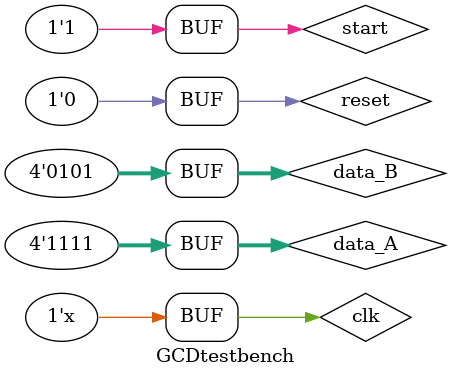
<source format=v>
`timescale 1ns / 1ps


module GCDtestbench;

	// Inputs
	reg [3:0] data_A;
	reg [3:0] data_B;
	reg clk;
	reg reset;
	reg start;
	

	// Outputs
	wire [3:0] data_D;
	wire done;

	// Instantiate the Unit Under Test (UUT)
	GCDwrapper uut (
		.data_A(data_A), 
		.data_B(data_B), 
		.data_D(data_D), 
		.clk(clk), 
		.reset(reset), 
		.done(done), 
		.start(start)
	);

	always #50 clk=~clk;
	
	initial 
	begin
		#100;
	   clk=1;
	   start=0;
		reset = 1;
		
		#50;
		start = 1;
		reset = 0;
		
		
		
		
		
		//TEST CASES (Uncomment only the section below, for the test case you want to run
		//DO NOT UNCOMMENT ANTHING APART FROM THE BELOW TEST CASES
		/*/test case 1
		 #10 data_A=12;
		 #13 data_B=4;
		 
		 //test case 2
		 #10 data_A=6;
		 #13 data_B=3;
		 */ 
		 //test case 3
		 #10 data_A=15;
		 #13 data_B=5;
		 
		 /*/test case 3
		  data_A=12;
		  data_B=15;	
		 */
			
		
		 
		 
	end
endmodule


</source>
